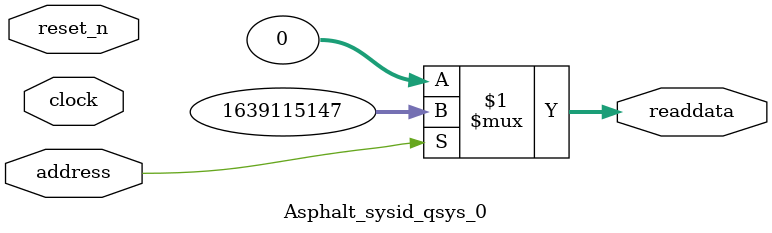
<source format=v>



// synthesis translate_off
`timescale 1ns / 1ps
// synthesis translate_on

// turn off superfluous verilog processor warnings 
// altera message_level Level1 
// altera message_off 10034 10035 10036 10037 10230 10240 10030 

module Asphalt_sysid_qsys_0 (
               // inputs:
                address,
                clock,
                reset_n,

               // outputs:
                readdata
             )
;

  output  [ 31: 0] readdata;
  input            address;
  input            clock;
  input            reset_n;

  wire    [ 31: 0] readdata;
  //control_slave, which is an e_avalon_slave
  assign readdata = address ? 1639115147 : 0;

endmodule



</source>
